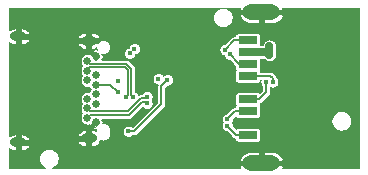
<source format=gbr>
%TF.GenerationSoftware,KiCad,Pcbnew,(5.1.10)-1*%
%TF.CreationDate,2022-01-31T11:01:00+08:00*%
%TF.ProjectId,VL160,564c3136-302e-46b6-9963-61645f706362,rev?*%
%TF.SameCoordinates,Original*%
%TF.FileFunction,Copper,L4,Bot*%
%TF.FilePolarity,Positive*%
%FSLAX46Y46*%
G04 Gerber Fmt 4.6, Leading zero omitted, Abs format (unit mm)*
G04 Created by KiCad (PCBNEW (5.1.10)-1) date 2022-01-31 11:01:00*
%MOMM*%
%LPD*%
G01*
G04 APERTURE LIST*
%TA.AperFunction,ComponentPad*%
%ADD10C,0.650000*%
%TD*%
%TA.AperFunction,ComponentPad*%
%ADD11O,1.400000X0.800000*%
%TD*%
%TA.AperFunction,SMDPad,CuDef*%
%ADD12R,1.600200X0.701040*%
%TD*%
%TA.AperFunction,ComponentPad*%
%ADD13O,3.200400X1.300480*%
%TD*%
%TA.AperFunction,ViaPad*%
%ADD14C,0.450000*%
%TD*%
%TA.AperFunction,ViaPad*%
%ADD15C,0.600000*%
%TD*%
%TA.AperFunction,Conductor*%
%ADD16C,0.635000*%
%TD*%
%TA.AperFunction,Conductor*%
%ADD17C,0.152400*%
%TD*%
%TA.AperFunction,Conductor*%
%ADD18C,0.175006*%
%TD*%
%TA.AperFunction,Conductor*%
%ADD19C,0.114300*%
%TD*%
%TA.AperFunction,Conductor*%
%ADD20C,0.100000*%
%TD*%
G04 APERTURE END LIST*
D10*
%TO.P,J1,B11*%
%TO.N,/RX1+*%
X133820000Y-94755000D03*
%TO.P,J1,B10*%
%TO.N,/RX1-*%
X133820000Y-95555000D03*
%TO.P,J1,B8*%
%TO.N,N/C*%
X133820000Y-96355000D03*
%TO.P,J1,B5*%
%TO.N,/CC2*%
X133820000Y-97955000D03*
%TO.P,J1,B3*%
%TO.N,/TX2-*%
X133820000Y-98755000D03*
%TO.P,J1,B2*%
%TO.N,/TX2+*%
X133820000Y-99555000D03*
%TO.P,J1,B12*%
%TO.N,GND*%
X134520000Y-94355000D03*
%TO.P,J1,B9*%
%TO.N,VBUS*%
X134520000Y-95955000D03*
%TO.P,J1,B7*%
%TO.N,/D-*%
X134520000Y-96755000D03*
%TO.P,J1,B6*%
%TO.N,/D+*%
X134520000Y-97555000D03*
%TO.P,J1,B4*%
%TO.N,VBUS*%
X134520000Y-98355000D03*
%TO.P,J1,B1*%
%TO.N,GND*%
X134520000Y-99955000D03*
D11*
%TO.P,J1,S1*%
X127970000Y-92665000D03*
X127970000Y-101645000D03*
X133920000Y-101285000D03*
X133920000Y-93025000D03*
%TD*%
D12*
%TO.P,J2,9*%
%TO.N,/TX+*%
X147398740Y-92997020D03*
%TO.P,J2,1*%
%TO.N,VBUS*%
X147398740Y-93997780D03*
%TO.P,J2,8*%
%TO.N,/TX-*%
X147398740Y-94998540D03*
%TO.P,J2,2*%
%TO.N,/D-*%
X147398740Y-95996760D03*
%TO.P,J2,7*%
%TO.N,GND*%
X147398740Y-96997520D03*
%TO.P,J2,3*%
%TO.N,/D+*%
X147398740Y-97998280D03*
%TO.P,J2,6*%
%TO.N,/RX+*%
X147398740Y-98996500D03*
%TO.P,J2,4*%
%TO.N,GND*%
X147398740Y-99997260D03*
%TO.P,J2,5*%
%TO.N,/RX-*%
X147398740Y-100998020D03*
D13*
%TO.P,J2,10*%
%TO.N,GND*%
X148546820Y-90596720D03*
X148546820Y-103398320D03*
%TD*%
D14*
%TO.N,GND*%
X137287000Y-92870500D03*
X137287000Y-91821000D03*
X137287000Y-92329000D03*
X155702000Y-93345000D03*
X155702000Y-94361000D03*
X155702000Y-93853000D03*
X155702000Y-94869000D03*
X155702000Y-95885000D03*
X155702000Y-95377000D03*
X141097000Y-97536000D03*
X141605000Y-97536000D03*
X142113000Y-97536000D03*
X142113000Y-98171000D03*
X141605000Y-98171000D03*
X141097000Y-98171000D03*
X141097000Y-98806000D03*
X141605000Y-98806000D03*
X142113000Y-98806000D03*
X142113000Y-99441000D03*
X141605000Y-99441000D03*
X141097000Y-99441000D03*
D15*
%TO.N,VBUS*%
X149225000Y-94200500D03*
X149225000Y-93502000D03*
D14*
X137414000Y-94107000D03*
X137795000Y-93726000D03*
%TO.N,/CC1*%
X136421093Y-96405001D03*
X139827000Y-96266000D03*
%TO.N,/D+*%
X148949200Y-96520000D03*
%TO.N,/D-*%
X136406557Y-97395419D03*
X149500800Y-96520000D03*
%TO.N,/TX2+*%
X138863952Y-98330750D03*
%TO.N,/TX2-*%
X138863952Y-97779150D03*
%TO.N,/CC2*%
X137287000Y-100711000D03*
X140598341Y-96351402D03*
%TO.N,/RX1-*%
X137117990Y-97769790D03*
%TO.N,/RX1+*%
X137669590Y-97769790D03*
%TO.N,/TX+*%
X145473979Y-93784979D03*
%TO.N,/TX-*%
X145864021Y-94175021D03*
%TO.N,/RX+*%
X145669000Y-99673200D03*
%TO.N,/RX-*%
X145669000Y-100224800D03*
%TD*%
D16*
%TO.N,VBUS*%
X149024760Y-94000260D02*
X149225000Y-94200500D01*
X147425960Y-94000260D02*
X149024760Y-94000260D01*
X149225000Y-93502000D02*
X149225000Y-94200500D01*
D17*
%TO.N,/D+*%
X148351240Y-97998280D02*
X147398740Y-97998280D01*
X148949200Y-97400320D02*
X148351240Y-97998280D01*
X148949200Y-96520000D02*
X148949200Y-97400320D01*
D18*
%TO.N,/D-*%
X135766138Y-96755000D02*
X134520000Y-96755000D01*
X136406557Y-97395419D02*
X135766138Y-96755000D01*
D17*
X149500800Y-96201802D02*
X149500800Y-96520000D01*
X149295758Y-95996760D02*
X149500800Y-96201802D01*
X147398740Y-95996760D02*
X149295758Y-95996760D01*
D18*
%TO.N,/TX2+*%
X134081697Y-99293303D02*
X137376287Y-99293303D01*
X133820000Y-99555000D02*
X134081697Y-99293303D01*
X138726455Y-98193253D02*
X138476337Y-98193253D01*
X138476337Y-98193253D02*
X137376287Y-99293303D01*
X138863952Y-98330750D02*
X138726455Y-98193253D01*
%TO.N,/TX2-*%
X134081697Y-99016697D02*
X137261713Y-99016697D01*
X133820000Y-98755000D02*
X134081697Y-99016697D01*
X138361763Y-97916647D02*
X137261713Y-99016697D01*
X138726455Y-97916647D02*
X138361763Y-97916647D01*
X138863952Y-97779150D02*
X138726455Y-97916647D01*
D17*
%TO.N,/CC2*%
X137287000Y-100711000D02*
X137795000Y-100711000D01*
X137795000Y-100711000D02*
X140081000Y-98425000D01*
X140081000Y-96868743D02*
X140598341Y-96351402D01*
X140081000Y-98425000D02*
X140081000Y-96868743D01*
D18*
%TO.N,/RX1-*%
X134081697Y-95293303D02*
X137007713Y-95293303D01*
X133820000Y-95555000D02*
X134081697Y-95293303D01*
X137255487Y-97632293D02*
X137117990Y-97769790D01*
X137255487Y-95541077D02*
X137255487Y-97632293D01*
X137007713Y-95293303D02*
X137255487Y-95541077D01*
%TO.N,/RX1+*%
X134081697Y-95016697D02*
X137122287Y-95016697D01*
X133820000Y-94755000D02*
X134081697Y-95016697D01*
X137532093Y-97632293D02*
X137669590Y-97769790D01*
X137532093Y-95426503D02*
X137532093Y-97632293D01*
X137122287Y-95016697D02*
X137532093Y-95426503D01*
%TO.N,/TX+*%
X146261938Y-92997020D02*
X147398740Y-92997020D01*
X145473979Y-93784979D02*
X146261938Y-92997020D01*
%TO.N,/TX-*%
X146687540Y-94998540D02*
X147398740Y-94998540D01*
X145864021Y-94175021D02*
X146687540Y-94998540D01*
%TO.N,/RX+*%
X146345700Y-98996500D02*
X147398740Y-98996500D01*
X145669000Y-99673200D02*
X146345700Y-98996500D01*
%TO.N,/RX-*%
X146442220Y-100998020D02*
X147398740Y-100998020D01*
X145669000Y-100224800D02*
X146442220Y-100998020D01*
%TD*%
D19*
%TO.N,GND*%
X146752780Y-90263727D02*
X146777060Y-90399870D01*
X148349970Y-90399870D01*
X148349970Y-90221450D01*
X148743670Y-90221450D01*
X148743670Y-90399870D01*
X150316580Y-90399870D01*
X150340860Y-90263727D01*
X150325074Y-90221450D01*
X156778551Y-90221450D01*
X156778550Y-103778550D01*
X150323222Y-103778550D01*
X150340860Y-103731313D01*
X150316580Y-103595170D01*
X148743670Y-103595170D01*
X148743670Y-103778550D01*
X148349970Y-103778550D01*
X148349970Y-103595170D01*
X146777060Y-103595170D01*
X146752780Y-103731313D01*
X146770418Y-103778550D01*
X130846296Y-103778550D01*
X130950644Y-103735328D01*
X131087102Y-103644150D01*
X131203150Y-103528102D01*
X131294328Y-103391644D01*
X131357132Y-103240021D01*
X131389150Y-103079058D01*
X131389150Y-103065327D01*
X146752780Y-103065327D01*
X146777060Y-103201470D01*
X148349970Y-103201470D01*
X148349970Y-102490930D01*
X148743670Y-102490930D01*
X148743670Y-103201470D01*
X150316580Y-103201470D01*
X150340860Y-103065327D01*
X150277596Y-102895893D01*
X150164574Y-102753217D01*
X150025889Y-102635332D01*
X149866871Y-102546769D01*
X149693630Y-102490930D01*
X148743670Y-102490930D01*
X148349970Y-102490930D01*
X147400010Y-102490930D01*
X147226769Y-102546769D01*
X147067751Y-102635332D01*
X146929066Y-102753217D01*
X146816044Y-102895893D01*
X146752780Y-103065327D01*
X131389150Y-103065327D01*
X131389150Y-102914942D01*
X131357132Y-102753979D01*
X131294328Y-102602356D01*
X131203150Y-102465898D01*
X131087102Y-102349850D01*
X130950644Y-102258672D01*
X130799021Y-102195868D01*
X130638058Y-102163850D01*
X130473942Y-102163850D01*
X130312979Y-102195868D01*
X130161356Y-102258672D01*
X130024898Y-102349850D01*
X129908850Y-102465898D01*
X129817672Y-102602356D01*
X129754868Y-102753979D01*
X129722850Y-102914942D01*
X129722850Y-103079058D01*
X129754868Y-103240021D01*
X129817672Y-103391644D01*
X129908850Y-103528102D01*
X130024898Y-103644150D01*
X130161356Y-103735328D01*
X130265704Y-103778550D01*
X127221450Y-103778550D01*
X127221450Y-102152540D01*
X127289310Y-102208786D01*
X127406614Y-102272222D01*
X127534040Y-102311554D01*
X127666691Y-102325271D01*
X127773150Y-102253126D01*
X127773150Y-101841850D01*
X128166850Y-101841850D01*
X128166850Y-102253126D01*
X128273309Y-102325271D01*
X128405960Y-102311554D01*
X128533386Y-102272222D01*
X128650690Y-102208786D01*
X128753364Y-102123684D01*
X128837463Y-102020187D01*
X128858461Y-101937507D01*
X128829229Y-101841850D01*
X128166850Y-101841850D01*
X127773150Y-101841850D01*
X127753150Y-101841850D01*
X127753150Y-101577507D01*
X133031539Y-101577507D01*
X133052537Y-101660187D01*
X133136636Y-101763684D01*
X133239310Y-101848786D01*
X133356614Y-101912222D01*
X133484040Y-101951554D01*
X133616691Y-101965271D01*
X133723150Y-101893126D01*
X133723150Y-101481850D01*
X133060771Y-101481850D01*
X133031539Y-101577507D01*
X127753150Y-101577507D01*
X127753150Y-101448150D01*
X127773150Y-101448150D01*
X127773150Y-101036874D01*
X128166850Y-101036874D01*
X128166850Y-101448150D01*
X128829229Y-101448150D01*
X128858461Y-101352493D01*
X128837463Y-101269813D01*
X128753364Y-101166316D01*
X128650690Y-101081214D01*
X128533386Y-101017778D01*
X128451469Y-100992493D01*
X133031539Y-100992493D01*
X133060771Y-101088150D01*
X133723150Y-101088150D01*
X133723150Y-100676874D01*
X133616691Y-100604729D01*
X133484040Y-100618446D01*
X133356614Y-100657778D01*
X133239310Y-100721214D01*
X133136636Y-100806316D01*
X133052537Y-100909813D01*
X133031539Y-100992493D01*
X128451469Y-100992493D01*
X128405960Y-100978446D01*
X128273309Y-100964729D01*
X128166850Y-101036874D01*
X127773150Y-101036874D01*
X127666691Y-100964729D01*
X127534040Y-100978446D01*
X127406614Y-101017778D01*
X127289310Y-101081214D01*
X127221450Y-101137460D01*
X127221450Y-94697663D01*
X133237850Y-94697663D01*
X133237850Y-94812337D01*
X133260221Y-94924807D01*
X133304105Y-95030752D01*
X133367814Y-95126099D01*
X133396715Y-95155000D01*
X133367814Y-95183901D01*
X133304105Y-95279248D01*
X133260221Y-95385193D01*
X133237850Y-95497663D01*
X133237850Y-95612337D01*
X133260221Y-95724807D01*
X133304105Y-95830752D01*
X133367814Y-95926099D01*
X133396715Y-95955000D01*
X133367814Y-95983901D01*
X133304105Y-96079248D01*
X133260221Y-96185193D01*
X133237850Y-96297663D01*
X133237850Y-96412337D01*
X133260221Y-96524807D01*
X133304105Y-96630752D01*
X133367814Y-96726099D01*
X133448901Y-96807186D01*
X133544248Y-96870895D01*
X133650193Y-96914779D01*
X133762663Y-96937150D01*
X133877337Y-96937150D01*
X133959428Y-96920822D01*
X133960221Y-96924807D01*
X134004105Y-97030752D01*
X134067814Y-97126099D01*
X134096715Y-97155000D01*
X134067814Y-97183901D01*
X134004105Y-97279248D01*
X133960221Y-97385193D01*
X133959428Y-97389178D01*
X133877337Y-97372850D01*
X133762663Y-97372850D01*
X133650193Y-97395221D01*
X133544248Y-97439105D01*
X133448901Y-97502814D01*
X133367814Y-97583901D01*
X133304105Y-97679248D01*
X133260221Y-97785193D01*
X133237850Y-97897663D01*
X133237850Y-98012337D01*
X133260221Y-98124807D01*
X133304105Y-98230752D01*
X133367814Y-98326099D01*
X133396715Y-98355000D01*
X133367814Y-98383901D01*
X133304105Y-98479248D01*
X133260221Y-98585193D01*
X133237850Y-98697663D01*
X133237850Y-98812337D01*
X133260221Y-98924807D01*
X133304105Y-99030752D01*
X133367814Y-99126099D01*
X133396715Y-99155000D01*
X133367814Y-99183901D01*
X133304105Y-99279248D01*
X133260221Y-99385193D01*
X133237850Y-99497663D01*
X133237850Y-99612337D01*
X133260221Y-99724807D01*
X133304105Y-99830752D01*
X133367814Y-99926099D01*
X133448901Y-100007186D01*
X133544248Y-100070895D01*
X133650193Y-100114779D01*
X133762663Y-100137150D01*
X133877337Y-100137150D01*
X133960858Y-100120537D01*
X134039956Y-100156656D01*
X134186057Y-100010555D01*
X134191099Y-100007186D01*
X134272186Y-99926099D01*
X134332510Y-99835818D01*
X134505858Y-99662470D01*
X134520000Y-99676612D01*
X134534142Y-99662470D01*
X134812530Y-99940858D01*
X134798388Y-99955000D01*
X134812530Y-99969142D01*
X134534142Y-100247530D01*
X134520000Y-100233388D01*
X134318344Y-100435044D01*
X134355473Y-100516354D01*
X134468149Y-100537664D01*
X134582818Y-100536584D01*
X134591951Y-100534767D01*
X134587850Y-100576409D01*
X134587850Y-100714270D01*
X134483386Y-100657778D01*
X134355960Y-100618446D01*
X134223309Y-100604729D01*
X134116850Y-100676874D01*
X134116850Y-101088150D01*
X134136850Y-101088150D01*
X134136850Y-101481850D01*
X134116850Y-101481850D01*
X134116850Y-101893126D01*
X134223309Y-101965271D01*
X134355960Y-101951554D01*
X134483386Y-101912222D01*
X134600690Y-101848786D01*
X134703364Y-101763684D01*
X134787463Y-101660187D01*
X134808461Y-101577507D01*
X134779230Y-101481852D01*
X134877150Y-101481852D01*
X134877150Y-101408560D01*
X134946143Y-101445438D01*
X135055879Y-101478726D01*
X135170000Y-101489966D01*
X135284120Y-101478726D01*
X135393856Y-101445438D01*
X135494989Y-101391381D01*
X135583633Y-101318633D01*
X135656381Y-101229990D01*
X135710438Y-101128857D01*
X135743726Y-101019121D01*
X135752150Y-100933591D01*
X135752150Y-100663512D01*
X136804850Y-100663512D01*
X136804850Y-100758488D01*
X136823379Y-100851638D01*
X136859724Y-100939384D01*
X136912490Y-101018353D01*
X136979647Y-101085510D01*
X137058616Y-101138276D01*
X137146362Y-101174621D01*
X137239512Y-101193150D01*
X137334488Y-101193150D01*
X137427638Y-101174621D01*
X137515384Y-101138276D01*
X137594353Y-101085510D01*
X137635513Y-101044350D01*
X137778633Y-101044350D01*
X137795000Y-101045962D01*
X137811367Y-101044350D01*
X137860348Y-101039526D01*
X137923184Y-101020465D01*
X137981095Y-100989511D01*
X138031854Y-100947854D01*
X138042293Y-100935134D01*
X140305140Y-98672288D01*
X140317854Y-98661854D01*
X140359511Y-98611095D01*
X140390465Y-98553184D01*
X140409526Y-98490348D01*
X140414350Y-98441367D01*
X140414350Y-98441358D01*
X140415961Y-98425001D01*
X140414350Y-98408644D01*
X140414350Y-97006820D01*
X140587619Y-96833552D01*
X140645829Y-96833552D01*
X140738979Y-96815023D01*
X140826725Y-96778678D01*
X140905694Y-96725912D01*
X140972851Y-96658755D01*
X141025617Y-96579786D01*
X141061962Y-96492040D01*
X141080491Y-96398890D01*
X141080491Y-96303914D01*
X141061962Y-96210764D01*
X141025617Y-96123018D01*
X140972851Y-96044049D01*
X140905694Y-95976892D01*
X140826725Y-95924126D01*
X140738979Y-95887781D01*
X140645829Y-95869252D01*
X140550853Y-95869252D01*
X140457703Y-95887781D01*
X140369957Y-95924126D01*
X140290988Y-95976892D01*
X140244658Y-96023222D01*
X140201510Y-95958647D01*
X140134353Y-95891490D01*
X140055384Y-95838724D01*
X139967638Y-95802379D01*
X139874488Y-95783850D01*
X139779512Y-95783850D01*
X139686362Y-95802379D01*
X139598616Y-95838724D01*
X139519647Y-95891490D01*
X139452490Y-95958647D01*
X139399724Y-96037616D01*
X139363379Y-96125362D01*
X139344850Y-96218512D01*
X139344850Y-96313488D01*
X139363379Y-96406638D01*
X139399724Y-96494384D01*
X139452490Y-96573353D01*
X139519647Y-96640510D01*
X139598616Y-96693276D01*
X139686362Y-96729621D01*
X139769818Y-96746222D01*
X139752474Y-96803396D01*
X139746038Y-96868743D01*
X139747651Y-96885120D01*
X139747650Y-98286922D01*
X137656923Y-100377650D01*
X137635513Y-100377650D01*
X137594353Y-100336490D01*
X137515384Y-100283724D01*
X137427638Y-100247379D01*
X137334488Y-100228850D01*
X137239512Y-100228850D01*
X137146362Y-100247379D01*
X137058616Y-100283724D01*
X136979647Y-100336490D01*
X136912490Y-100403647D01*
X136859724Y-100482616D01*
X136823379Y-100570362D01*
X136804850Y-100663512D01*
X135752150Y-100663512D01*
X135752150Y-100576410D01*
X135743726Y-100490880D01*
X135710438Y-100381144D01*
X135656381Y-100280010D01*
X135583633Y-100191367D01*
X135494990Y-100118619D01*
X135393857Y-100064562D01*
X135284121Y-100031274D01*
X135170000Y-100020034D01*
X135098845Y-100027042D01*
X135102664Y-100006851D01*
X135101584Y-99892182D01*
X135081354Y-99790473D01*
X135000046Y-99753345D01*
X135072634Y-99680757D01*
X135029833Y-99637956D01*
X137359371Y-99637956D01*
X137376287Y-99639622D01*
X137393203Y-99637956D01*
X137393214Y-99637956D01*
X137443851Y-99632969D01*
X137508818Y-99613261D01*
X137568692Y-99581258D01*
X137621172Y-99538188D01*
X137631965Y-99525037D01*
X138504171Y-98652832D01*
X138556599Y-98705260D01*
X138635568Y-98758026D01*
X138723314Y-98794371D01*
X138816464Y-98812900D01*
X138911440Y-98812900D01*
X139004590Y-98794371D01*
X139092336Y-98758026D01*
X139171305Y-98705260D01*
X139238462Y-98638103D01*
X139291228Y-98559134D01*
X139327573Y-98471388D01*
X139346102Y-98378238D01*
X139346102Y-98283262D01*
X139327573Y-98190112D01*
X139291228Y-98102366D01*
X139259545Y-98054950D01*
X139291228Y-98007534D01*
X139327573Y-97919788D01*
X139346102Y-97826638D01*
X139346102Y-97731662D01*
X139327573Y-97638512D01*
X139291228Y-97550766D01*
X139238462Y-97471797D01*
X139171305Y-97404640D01*
X139092336Y-97351874D01*
X139004590Y-97315529D01*
X138911440Y-97297000D01*
X138816464Y-97297000D01*
X138723314Y-97315529D01*
X138635568Y-97351874D01*
X138556599Y-97404640D01*
X138489442Y-97471797D01*
X138436676Y-97550766D01*
X138427883Y-97571994D01*
X138378682Y-97571994D01*
X138361763Y-97570328D01*
X138344844Y-97571994D01*
X138344836Y-97571994D01*
X138294199Y-97576981D01*
X138229232Y-97596689D01*
X138169358Y-97628692D01*
X138142062Y-97651094D01*
X138138205Y-97654259D01*
X138133211Y-97629152D01*
X138096866Y-97541406D01*
X138044100Y-97462437D01*
X137976943Y-97395280D01*
X137897974Y-97342514D01*
X137876746Y-97333721D01*
X137876746Y-95443418D01*
X137878412Y-95426502D01*
X137876746Y-95409586D01*
X137876746Y-95409576D01*
X137871759Y-95358939D01*
X137852051Y-95293972D01*
X137820048Y-95234098D01*
X137815490Y-95228545D01*
X137787768Y-95194765D01*
X137787760Y-95194757D01*
X137776977Y-95181618D01*
X137763837Y-95170834D01*
X137377964Y-94784962D01*
X137367172Y-94771812D01*
X137314692Y-94728742D01*
X137254818Y-94696739D01*
X137189851Y-94677031D01*
X137139214Y-94672044D01*
X137139203Y-94672044D01*
X137122287Y-94670378D01*
X137105371Y-94672044D01*
X135029833Y-94672044D01*
X135072634Y-94629243D01*
X135000046Y-94556655D01*
X135081354Y-94519527D01*
X135102664Y-94406851D01*
X135101584Y-94292182D01*
X135081354Y-94190473D01*
X135000046Y-94153345D01*
X135032238Y-94121153D01*
X135112663Y-94137150D01*
X135227337Y-94137150D01*
X135339807Y-94114779D01*
X135445752Y-94070895D01*
X135462787Y-94059512D01*
X136931850Y-94059512D01*
X136931850Y-94154488D01*
X136950379Y-94247638D01*
X136986724Y-94335384D01*
X137039490Y-94414353D01*
X137106647Y-94481510D01*
X137185616Y-94534276D01*
X137273362Y-94570621D01*
X137366512Y-94589150D01*
X137461488Y-94589150D01*
X137554638Y-94570621D01*
X137642384Y-94534276D01*
X137721353Y-94481510D01*
X137788510Y-94414353D01*
X137841276Y-94335384D01*
X137877621Y-94247638D01*
X137887247Y-94199247D01*
X137935638Y-94189621D01*
X138023384Y-94153276D01*
X138102353Y-94100510D01*
X138169510Y-94033353D01*
X138222276Y-93954384D01*
X138258621Y-93866638D01*
X138277150Y-93773488D01*
X138277150Y-93737491D01*
X144991829Y-93737491D01*
X144991829Y-93832467D01*
X145010358Y-93925617D01*
X145046703Y-94013363D01*
X145099469Y-94092332D01*
X145166626Y-94159489D01*
X145245595Y-94212255D01*
X145333341Y-94248600D01*
X145389274Y-94259726D01*
X145400400Y-94315659D01*
X145436745Y-94403405D01*
X145489511Y-94482374D01*
X145556668Y-94549531D01*
X145635637Y-94602297D01*
X145723383Y-94638642D01*
X145816533Y-94657171D01*
X145858759Y-94657171D01*
X146340246Y-95138659D01*
X146340246Y-95349060D01*
X146345211Y-95399470D01*
X146359915Y-95447943D01*
X146383793Y-95492616D01*
X146387924Y-95497650D01*
X146383793Y-95502684D01*
X146359915Y-95547357D01*
X146345211Y-95595830D01*
X146340246Y-95646240D01*
X146340246Y-96347280D01*
X146345211Y-96397690D01*
X146359915Y-96446163D01*
X146383793Y-96490836D01*
X146415928Y-96529992D01*
X146455084Y-96562127D01*
X146499757Y-96586005D01*
X146548230Y-96600709D01*
X146598640Y-96605674D01*
X148198840Y-96605674D01*
X148249250Y-96600709D01*
X148297723Y-96586005D01*
X148342396Y-96562127D01*
X148381552Y-96529992D01*
X148413687Y-96490836D01*
X148437565Y-96446163D01*
X148452269Y-96397690D01*
X148457234Y-96347280D01*
X148457234Y-96330110D01*
X148505980Y-96330110D01*
X148485579Y-96379362D01*
X148467050Y-96472512D01*
X148467050Y-96567488D01*
X148485579Y-96660638D01*
X148521924Y-96748384D01*
X148574690Y-96827353D01*
X148615850Y-96868513D01*
X148615851Y-97262241D01*
X148395748Y-97482345D01*
X148381552Y-97465048D01*
X148342396Y-97432913D01*
X148297723Y-97409035D01*
X148249250Y-97394331D01*
X148198840Y-97389366D01*
X146598640Y-97389366D01*
X146548230Y-97394331D01*
X146499757Y-97409035D01*
X146455084Y-97432913D01*
X146415928Y-97465048D01*
X146383793Y-97504204D01*
X146359915Y-97548877D01*
X146345211Y-97597350D01*
X146340246Y-97647760D01*
X146340246Y-98348800D01*
X146345211Y-98399210D01*
X146359915Y-98447683D01*
X146383793Y-98492356D01*
X146387924Y-98497390D01*
X146383793Y-98502424D01*
X146359915Y-98547097D01*
X146345211Y-98595570D01*
X146340246Y-98645980D01*
X146340246Y-98650718D01*
X146328783Y-98651847D01*
X146328773Y-98651847D01*
X146278136Y-98656834D01*
X146213169Y-98676542D01*
X146153295Y-98708545D01*
X146100815Y-98751615D01*
X146090027Y-98764760D01*
X145663738Y-99191050D01*
X145621512Y-99191050D01*
X145528362Y-99209579D01*
X145440616Y-99245924D01*
X145361647Y-99298690D01*
X145294490Y-99365847D01*
X145241724Y-99444816D01*
X145205379Y-99532562D01*
X145186850Y-99625712D01*
X145186850Y-99720688D01*
X145205379Y-99813838D01*
X145241724Y-99901584D01*
X145273407Y-99949000D01*
X145241724Y-99996416D01*
X145205379Y-100084162D01*
X145186850Y-100177312D01*
X145186850Y-100272288D01*
X145205379Y-100365438D01*
X145241724Y-100453184D01*
X145294490Y-100532153D01*
X145361647Y-100599310D01*
X145440616Y-100652076D01*
X145528362Y-100688421D01*
X145621512Y-100706950D01*
X145663738Y-100706950D01*
X146186547Y-101229760D01*
X146197335Y-101242905D01*
X146249815Y-101285975D01*
X146309689Y-101317978D01*
X146340246Y-101327248D01*
X146340246Y-101348540D01*
X146345211Y-101398950D01*
X146359915Y-101447423D01*
X146383793Y-101492096D01*
X146415928Y-101531252D01*
X146455084Y-101563387D01*
X146499757Y-101587265D01*
X146548230Y-101601969D01*
X146598640Y-101606934D01*
X148198840Y-101606934D01*
X148249250Y-101601969D01*
X148297723Y-101587265D01*
X148342396Y-101563387D01*
X148381552Y-101531252D01*
X148413687Y-101492096D01*
X148437565Y-101447423D01*
X148452269Y-101398950D01*
X148457234Y-101348540D01*
X148457234Y-100647500D01*
X148452269Y-100597090D01*
X148437565Y-100548617D01*
X148413687Y-100503944D01*
X148381552Y-100464788D01*
X148342396Y-100432653D01*
X148297723Y-100408775D01*
X148249250Y-100394071D01*
X148198840Y-100389106D01*
X146598640Y-100389106D01*
X146548230Y-100394071D01*
X146499757Y-100408775D01*
X146455084Y-100432653D01*
X146415928Y-100464788D01*
X146407126Y-100475513D01*
X146151150Y-100219538D01*
X146151150Y-100177312D01*
X146132621Y-100084162D01*
X146096276Y-99996416D01*
X146064593Y-99949000D01*
X146096276Y-99901584D01*
X146132621Y-99813838D01*
X146147320Y-99739942D01*
X154487850Y-99739942D01*
X154487850Y-99904058D01*
X154519868Y-100065021D01*
X154582672Y-100216644D01*
X154673850Y-100353102D01*
X154789898Y-100469150D01*
X154926356Y-100560328D01*
X155077979Y-100623132D01*
X155238942Y-100655150D01*
X155403058Y-100655150D01*
X155564021Y-100623132D01*
X155715644Y-100560328D01*
X155852102Y-100469150D01*
X155968150Y-100353102D01*
X156059328Y-100216644D01*
X156122132Y-100065021D01*
X156154150Y-99904058D01*
X156154150Y-99739942D01*
X156122132Y-99578979D01*
X156059328Y-99427356D01*
X155968150Y-99290898D01*
X155852102Y-99174850D01*
X155715644Y-99083672D01*
X155564021Y-99020868D01*
X155403058Y-98988850D01*
X155238942Y-98988850D01*
X155077979Y-99020868D01*
X154926356Y-99083672D01*
X154789898Y-99174850D01*
X154673850Y-99290898D01*
X154582672Y-99427356D01*
X154519868Y-99578979D01*
X154487850Y-99739942D01*
X146147320Y-99739942D01*
X146151150Y-99720688D01*
X146151150Y-99678462D01*
X146368203Y-99461409D01*
X146383793Y-99490576D01*
X146415928Y-99529732D01*
X146455084Y-99561867D01*
X146499757Y-99585745D01*
X146548230Y-99600449D01*
X146598640Y-99605414D01*
X148198840Y-99605414D01*
X148249250Y-99600449D01*
X148297723Y-99585745D01*
X148342396Y-99561867D01*
X148381552Y-99529732D01*
X148413687Y-99490576D01*
X148437565Y-99445903D01*
X148452269Y-99397430D01*
X148457234Y-99347020D01*
X148457234Y-98645980D01*
X148452269Y-98595570D01*
X148437565Y-98547097D01*
X148413687Y-98502424D01*
X148409556Y-98497390D01*
X148413687Y-98492356D01*
X148437565Y-98447683D01*
X148452269Y-98399210D01*
X148457234Y-98348800D01*
X148457234Y-98314476D01*
X148479424Y-98307745D01*
X148537335Y-98276791D01*
X148588094Y-98235134D01*
X148598533Y-98222414D01*
X149173339Y-97647609D01*
X149186054Y-97637174D01*
X149227711Y-97586415D01*
X149258665Y-97528504D01*
X149277726Y-97465668D01*
X149282550Y-97416687D01*
X149282550Y-97416686D01*
X149284162Y-97400321D01*
X149282550Y-97383956D01*
X149282550Y-96951474D01*
X149360162Y-96983621D01*
X149453312Y-97002150D01*
X149548288Y-97002150D01*
X149641438Y-96983621D01*
X149729184Y-96947276D01*
X149808153Y-96894510D01*
X149875310Y-96827353D01*
X149928076Y-96748384D01*
X149964421Y-96660638D01*
X149982950Y-96567488D01*
X149982950Y-96472512D01*
X149964421Y-96379362D01*
X149928076Y-96291616D01*
X149875310Y-96212647D01*
X149832626Y-96169963D01*
X149829326Y-96136454D01*
X149810265Y-96073618D01*
X149779311Y-96015707D01*
X149737654Y-95964948D01*
X149724935Y-95954510D01*
X149543051Y-95772626D01*
X149532612Y-95759906D01*
X149481853Y-95718249D01*
X149423942Y-95687295D01*
X149361106Y-95668234D01*
X149312125Y-95663410D01*
X149295758Y-95661798D01*
X149279391Y-95663410D01*
X148457234Y-95663410D01*
X148457234Y-95646240D01*
X148452269Y-95595830D01*
X148437565Y-95547357D01*
X148413687Y-95502684D01*
X148409556Y-95497650D01*
X148413687Y-95492616D01*
X148437565Y-95447943D01*
X148452269Y-95399470D01*
X148457234Y-95349060D01*
X148457234Y-94648020D01*
X148452269Y-94597610D01*
X148445383Y-94574910D01*
X148786733Y-94574910D01*
X148798702Y-94586879D01*
X148816696Y-94608805D01*
X148846651Y-94633388D01*
X148904197Y-94680615D01*
X148929688Y-94694240D01*
X149004028Y-94733976D01*
X149112350Y-94766835D01*
X149213904Y-94776837D01*
X149224999Y-94777930D01*
X149225000Y-94777930D01*
X149337651Y-94766835D01*
X149445973Y-94733976D01*
X149545803Y-94680615D01*
X149633305Y-94608805D01*
X149705115Y-94521303D01*
X149758476Y-94421473D01*
X149791335Y-94313151D01*
X149799650Y-94228726D01*
X149799650Y-94228723D01*
X149802430Y-94200499D01*
X149799650Y-94172276D01*
X149799650Y-93473774D01*
X149791335Y-93389349D01*
X149758476Y-93281027D01*
X149705115Y-93181197D01*
X149633305Y-93093695D01*
X149545802Y-93021885D01*
X149445972Y-92968524D01*
X149337650Y-92935665D01*
X149225000Y-92924570D01*
X149112349Y-92935665D01*
X149004027Y-92968524D01*
X148904197Y-93021885D01*
X148816695Y-93093695D01*
X148744885Y-93181198D01*
X148691524Y-93281028D01*
X148658665Y-93389350D01*
X148655094Y-93425610D01*
X148443879Y-93425610D01*
X148452269Y-93397950D01*
X148457234Y-93347540D01*
X148457234Y-92646500D01*
X148452269Y-92596090D01*
X148437565Y-92547617D01*
X148413687Y-92502944D01*
X148381552Y-92463788D01*
X148342396Y-92431653D01*
X148297723Y-92407775D01*
X148249250Y-92393071D01*
X148198840Y-92388106D01*
X146598640Y-92388106D01*
X146548230Y-92393071D01*
X146499757Y-92407775D01*
X146455084Y-92431653D01*
X146415928Y-92463788D01*
X146383793Y-92502944D01*
X146359915Y-92547617D01*
X146345211Y-92596090D01*
X146340246Y-92646500D01*
X146340246Y-92652367D01*
X146278853Y-92652367D01*
X146261937Y-92650701D01*
X146245021Y-92652367D01*
X146245011Y-92652367D01*
X146194374Y-92657354D01*
X146129407Y-92677062D01*
X146069533Y-92709065D01*
X146017053Y-92752135D01*
X146006265Y-92765280D01*
X145468717Y-93302829D01*
X145426491Y-93302829D01*
X145333341Y-93321358D01*
X145245595Y-93357703D01*
X145166626Y-93410469D01*
X145099469Y-93477626D01*
X145046703Y-93556595D01*
X145010358Y-93644341D01*
X144991829Y-93737491D01*
X138277150Y-93737491D01*
X138277150Y-93678512D01*
X138258621Y-93585362D01*
X138222276Y-93497616D01*
X138169510Y-93418647D01*
X138102353Y-93351490D01*
X138023384Y-93298724D01*
X137935638Y-93262379D01*
X137842488Y-93243850D01*
X137747512Y-93243850D01*
X137654362Y-93262379D01*
X137566616Y-93298724D01*
X137487647Y-93351490D01*
X137420490Y-93418647D01*
X137367724Y-93497616D01*
X137331379Y-93585362D01*
X137321753Y-93633753D01*
X137273362Y-93643379D01*
X137185616Y-93679724D01*
X137106647Y-93732490D01*
X137039490Y-93799647D01*
X136986724Y-93878616D01*
X136950379Y-93966362D01*
X136931850Y-94059512D01*
X135462787Y-94059512D01*
X135541099Y-94007186D01*
X135622186Y-93926099D01*
X135685895Y-93830752D01*
X135729779Y-93724807D01*
X135752150Y-93612337D01*
X135752150Y-93497663D01*
X135729779Y-93385193D01*
X135685895Y-93279248D01*
X135622186Y-93183901D01*
X135541099Y-93102814D01*
X135445752Y-93039105D01*
X135339807Y-92995221D01*
X135227337Y-92972850D01*
X135112663Y-92972850D01*
X135000193Y-92995221D01*
X134894248Y-93039105D01*
X134798901Y-93102814D01*
X134717814Y-93183901D01*
X134692457Y-93221850D01*
X134116850Y-93221850D01*
X134116850Y-93633126D01*
X134223309Y-93705271D01*
X134355960Y-93691554D01*
X134483386Y-93652222D01*
X134587850Y-93595730D01*
X134587850Y-93612337D01*
X134610221Y-93724807D01*
X134634843Y-93784249D01*
X134571851Y-93772336D01*
X134457182Y-93773416D01*
X134355473Y-93793646D01*
X134318344Y-93874956D01*
X134520000Y-94076612D01*
X134534142Y-94062470D01*
X134812530Y-94340858D01*
X134798388Y-94355000D01*
X134812530Y-94369142D01*
X134534142Y-94647530D01*
X134520000Y-94633388D01*
X134505858Y-94647530D01*
X134332510Y-94474182D01*
X134272186Y-94383901D01*
X134191099Y-94302814D01*
X134186057Y-94299445D01*
X134039956Y-94153344D01*
X133960858Y-94189463D01*
X133877337Y-94172850D01*
X133762663Y-94172850D01*
X133650193Y-94195221D01*
X133544248Y-94239105D01*
X133448901Y-94302814D01*
X133367814Y-94383901D01*
X133304105Y-94479248D01*
X133260221Y-94585193D01*
X133237850Y-94697663D01*
X127221450Y-94697663D01*
X127221450Y-93172540D01*
X127289310Y-93228786D01*
X127406614Y-93292222D01*
X127534040Y-93331554D01*
X127666691Y-93345271D01*
X127773150Y-93273126D01*
X127773150Y-92861850D01*
X128166850Y-92861850D01*
X128166850Y-93273126D01*
X128273309Y-93345271D01*
X128405960Y-93331554D01*
X128451468Y-93317507D01*
X133031539Y-93317507D01*
X133052537Y-93400187D01*
X133136636Y-93503684D01*
X133239310Y-93588786D01*
X133356614Y-93652222D01*
X133484040Y-93691554D01*
X133616691Y-93705271D01*
X133723150Y-93633126D01*
X133723150Y-93221850D01*
X133060771Y-93221850D01*
X133031539Y-93317507D01*
X128451468Y-93317507D01*
X128533386Y-93292222D01*
X128650690Y-93228786D01*
X128753364Y-93143684D01*
X128837463Y-93040187D01*
X128858461Y-92957507D01*
X128829229Y-92861850D01*
X128166850Y-92861850D01*
X127773150Y-92861850D01*
X127753150Y-92861850D01*
X127753150Y-92732493D01*
X133031539Y-92732493D01*
X133060771Y-92828150D01*
X133723150Y-92828150D01*
X133723150Y-92416874D01*
X134116850Y-92416874D01*
X134116850Y-92828150D01*
X134779229Y-92828150D01*
X134808461Y-92732493D01*
X134787463Y-92649813D01*
X134703364Y-92546316D01*
X134600690Y-92461214D01*
X134483386Y-92397778D01*
X134355960Y-92358446D01*
X134223309Y-92344729D01*
X134116850Y-92416874D01*
X133723150Y-92416874D01*
X133616691Y-92344729D01*
X133484040Y-92358446D01*
X133356614Y-92397778D01*
X133239310Y-92461214D01*
X133136636Y-92546316D01*
X133052537Y-92649813D01*
X133031539Y-92732493D01*
X127753150Y-92732493D01*
X127753150Y-92468150D01*
X127773150Y-92468150D01*
X127773150Y-92056874D01*
X128166850Y-92056874D01*
X128166850Y-92468150D01*
X128829229Y-92468150D01*
X128858461Y-92372493D01*
X128837463Y-92289813D01*
X128753364Y-92186316D01*
X128650690Y-92101214D01*
X128533386Y-92037778D01*
X128405960Y-91998446D01*
X128273309Y-91984729D01*
X128166850Y-92056874D01*
X127773150Y-92056874D01*
X127666691Y-91984729D01*
X127534040Y-91998446D01*
X127406614Y-92037778D01*
X127289310Y-92101214D01*
X127221450Y-92157460D01*
X127221450Y-90976942D01*
X144454850Y-90976942D01*
X144454850Y-91141058D01*
X144486868Y-91302021D01*
X144549672Y-91453644D01*
X144640850Y-91590102D01*
X144756898Y-91706150D01*
X144893356Y-91797328D01*
X145044979Y-91860132D01*
X145205942Y-91892150D01*
X145370058Y-91892150D01*
X145531021Y-91860132D01*
X145682644Y-91797328D01*
X145819102Y-91706150D01*
X145935150Y-91590102D01*
X146026328Y-91453644D01*
X146089132Y-91302021D01*
X146121150Y-91141058D01*
X146121150Y-90976942D01*
X146111756Y-90929713D01*
X146752780Y-90929713D01*
X146816044Y-91099147D01*
X146929066Y-91241823D01*
X147067751Y-91359708D01*
X147226769Y-91448271D01*
X147400010Y-91504110D01*
X148349970Y-91504110D01*
X148349970Y-90793570D01*
X148743670Y-90793570D01*
X148743670Y-91504110D01*
X149693630Y-91504110D01*
X149866871Y-91448271D01*
X150025889Y-91359708D01*
X150164574Y-91241823D01*
X150277596Y-91099147D01*
X150340860Y-90929713D01*
X150316580Y-90793570D01*
X148743670Y-90793570D01*
X148349970Y-90793570D01*
X146777060Y-90793570D01*
X146752780Y-90929713D01*
X146111756Y-90929713D01*
X146089132Y-90815979D01*
X146026328Y-90664356D01*
X145935150Y-90527898D01*
X145819102Y-90411850D01*
X145682644Y-90320672D01*
X145531021Y-90257868D01*
X145370058Y-90225850D01*
X145205942Y-90225850D01*
X145044979Y-90257868D01*
X144893356Y-90320672D01*
X144756898Y-90411850D01*
X144640850Y-90527898D01*
X144549672Y-90664356D01*
X144486868Y-90815979D01*
X144454850Y-90976942D01*
X127221450Y-90976942D01*
X127221450Y-90221450D01*
X146768566Y-90221450D01*
X146752780Y-90263727D01*
%TA.AperFunction,Conductor*%
D20*
G36*
X146752780Y-90263727D02*
G01*
X146777060Y-90399870D01*
X148349970Y-90399870D01*
X148349970Y-90221450D01*
X148743670Y-90221450D01*
X148743670Y-90399870D01*
X150316580Y-90399870D01*
X150340860Y-90263727D01*
X150325074Y-90221450D01*
X156778551Y-90221450D01*
X156778550Y-103778550D01*
X150323222Y-103778550D01*
X150340860Y-103731313D01*
X150316580Y-103595170D01*
X148743670Y-103595170D01*
X148743670Y-103778550D01*
X148349970Y-103778550D01*
X148349970Y-103595170D01*
X146777060Y-103595170D01*
X146752780Y-103731313D01*
X146770418Y-103778550D01*
X130846296Y-103778550D01*
X130950644Y-103735328D01*
X131087102Y-103644150D01*
X131203150Y-103528102D01*
X131294328Y-103391644D01*
X131357132Y-103240021D01*
X131389150Y-103079058D01*
X131389150Y-103065327D01*
X146752780Y-103065327D01*
X146777060Y-103201470D01*
X148349970Y-103201470D01*
X148349970Y-102490930D01*
X148743670Y-102490930D01*
X148743670Y-103201470D01*
X150316580Y-103201470D01*
X150340860Y-103065327D01*
X150277596Y-102895893D01*
X150164574Y-102753217D01*
X150025889Y-102635332D01*
X149866871Y-102546769D01*
X149693630Y-102490930D01*
X148743670Y-102490930D01*
X148349970Y-102490930D01*
X147400010Y-102490930D01*
X147226769Y-102546769D01*
X147067751Y-102635332D01*
X146929066Y-102753217D01*
X146816044Y-102895893D01*
X146752780Y-103065327D01*
X131389150Y-103065327D01*
X131389150Y-102914942D01*
X131357132Y-102753979D01*
X131294328Y-102602356D01*
X131203150Y-102465898D01*
X131087102Y-102349850D01*
X130950644Y-102258672D01*
X130799021Y-102195868D01*
X130638058Y-102163850D01*
X130473942Y-102163850D01*
X130312979Y-102195868D01*
X130161356Y-102258672D01*
X130024898Y-102349850D01*
X129908850Y-102465898D01*
X129817672Y-102602356D01*
X129754868Y-102753979D01*
X129722850Y-102914942D01*
X129722850Y-103079058D01*
X129754868Y-103240021D01*
X129817672Y-103391644D01*
X129908850Y-103528102D01*
X130024898Y-103644150D01*
X130161356Y-103735328D01*
X130265704Y-103778550D01*
X127221450Y-103778550D01*
X127221450Y-102152540D01*
X127289310Y-102208786D01*
X127406614Y-102272222D01*
X127534040Y-102311554D01*
X127666691Y-102325271D01*
X127773150Y-102253126D01*
X127773150Y-101841850D01*
X128166850Y-101841850D01*
X128166850Y-102253126D01*
X128273309Y-102325271D01*
X128405960Y-102311554D01*
X128533386Y-102272222D01*
X128650690Y-102208786D01*
X128753364Y-102123684D01*
X128837463Y-102020187D01*
X128858461Y-101937507D01*
X128829229Y-101841850D01*
X128166850Y-101841850D01*
X127773150Y-101841850D01*
X127753150Y-101841850D01*
X127753150Y-101577507D01*
X133031539Y-101577507D01*
X133052537Y-101660187D01*
X133136636Y-101763684D01*
X133239310Y-101848786D01*
X133356614Y-101912222D01*
X133484040Y-101951554D01*
X133616691Y-101965271D01*
X133723150Y-101893126D01*
X133723150Y-101481850D01*
X133060771Y-101481850D01*
X133031539Y-101577507D01*
X127753150Y-101577507D01*
X127753150Y-101448150D01*
X127773150Y-101448150D01*
X127773150Y-101036874D01*
X128166850Y-101036874D01*
X128166850Y-101448150D01*
X128829229Y-101448150D01*
X128858461Y-101352493D01*
X128837463Y-101269813D01*
X128753364Y-101166316D01*
X128650690Y-101081214D01*
X128533386Y-101017778D01*
X128451469Y-100992493D01*
X133031539Y-100992493D01*
X133060771Y-101088150D01*
X133723150Y-101088150D01*
X133723150Y-100676874D01*
X133616691Y-100604729D01*
X133484040Y-100618446D01*
X133356614Y-100657778D01*
X133239310Y-100721214D01*
X133136636Y-100806316D01*
X133052537Y-100909813D01*
X133031539Y-100992493D01*
X128451469Y-100992493D01*
X128405960Y-100978446D01*
X128273309Y-100964729D01*
X128166850Y-101036874D01*
X127773150Y-101036874D01*
X127666691Y-100964729D01*
X127534040Y-100978446D01*
X127406614Y-101017778D01*
X127289310Y-101081214D01*
X127221450Y-101137460D01*
X127221450Y-94697663D01*
X133237850Y-94697663D01*
X133237850Y-94812337D01*
X133260221Y-94924807D01*
X133304105Y-95030752D01*
X133367814Y-95126099D01*
X133396715Y-95155000D01*
X133367814Y-95183901D01*
X133304105Y-95279248D01*
X133260221Y-95385193D01*
X133237850Y-95497663D01*
X133237850Y-95612337D01*
X133260221Y-95724807D01*
X133304105Y-95830752D01*
X133367814Y-95926099D01*
X133396715Y-95955000D01*
X133367814Y-95983901D01*
X133304105Y-96079248D01*
X133260221Y-96185193D01*
X133237850Y-96297663D01*
X133237850Y-96412337D01*
X133260221Y-96524807D01*
X133304105Y-96630752D01*
X133367814Y-96726099D01*
X133448901Y-96807186D01*
X133544248Y-96870895D01*
X133650193Y-96914779D01*
X133762663Y-96937150D01*
X133877337Y-96937150D01*
X133959428Y-96920822D01*
X133960221Y-96924807D01*
X134004105Y-97030752D01*
X134067814Y-97126099D01*
X134096715Y-97155000D01*
X134067814Y-97183901D01*
X134004105Y-97279248D01*
X133960221Y-97385193D01*
X133959428Y-97389178D01*
X133877337Y-97372850D01*
X133762663Y-97372850D01*
X133650193Y-97395221D01*
X133544248Y-97439105D01*
X133448901Y-97502814D01*
X133367814Y-97583901D01*
X133304105Y-97679248D01*
X133260221Y-97785193D01*
X133237850Y-97897663D01*
X133237850Y-98012337D01*
X133260221Y-98124807D01*
X133304105Y-98230752D01*
X133367814Y-98326099D01*
X133396715Y-98355000D01*
X133367814Y-98383901D01*
X133304105Y-98479248D01*
X133260221Y-98585193D01*
X133237850Y-98697663D01*
X133237850Y-98812337D01*
X133260221Y-98924807D01*
X133304105Y-99030752D01*
X133367814Y-99126099D01*
X133396715Y-99155000D01*
X133367814Y-99183901D01*
X133304105Y-99279248D01*
X133260221Y-99385193D01*
X133237850Y-99497663D01*
X133237850Y-99612337D01*
X133260221Y-99724807D01*
X133304105Y-99830752D01*
X133367814Y-99926099D01*
X133448901Y-100007186D01*
X133544248Y-100070895D01*
X133650193Y-100114779D01*
X133762663Y-100137150D01*
X133877337Y-100137150D01*
X133960858Y-100120537D01*
X134039956Y-100156656D01*
X134186057Y-100010555D01*
X134191099Y-100007186D01*
X134272186Y-99926099D01*
X134332510Y-99835818D01*
X134505858Y-99662470D01*
X134520000Y-99676612D01*
X134534142Y-99662470D01*
X134812530Y-99940858D01*
X134798388Y-99955000D01*
X134812530Y-99969142D01*
X134534142Y-100247530D01*
X134520000Y-100233388D01*
X134318344Y-100435044D01*
X134355473Y-100516354D01*
X134468149Y-100537664D01*
X134582818Y-100536584D01*
X134591951Y-100534767D01*
X134587850Y-100576409D01*
X134587850Y-100714270D01*
X134483386Y-100657778D01*
X134355960Y-100618446D01*
X134223309Y-100604729D01*
X134116850Y-100676874D01*
X134116850Y-101088150D01*
X134136850Y-101088150D01*
X134136850Y-101481850D01*
X134116850Y-101481850D01*
X134116850Y-101893126D01*
X134223309Y-101965271D01*
X134355960Y-101951554D01*
X134483386Y-101912222D01*
X134600690Y-101848786D01*
X134703364Y-101763684D01*
X134787463Y-101660187D01*
X134808461Y-101577507D01*
X134779230Y-101481852D01*
X134877150Y-101481852D01*
X134877150Y-101408560D01*
X134946143Y-101445438D01*
X135055879Y-101478726D01*
X135170000Y-101489966D01*
X135284120Y-101478726D01*
X135393856Y-101445438D01*
X135494989Y-101391381D01*
X135583633Y-101318633D01*
X135656381Y-101229990D01*
X135710438Y-101128857D01*
X135743726Y-101019121D01*
X135752150Y-100933591D01*
X135752150Y-100663512D01*
X136804850Y-100663512D01*
X136804850Y-100758488D01*
X136823379Y-100851638D01*
X136859724Y-100939384D01*
X136912490Y-101018353D01*
X136979647Y-101085510D01*
X137058616Y-101138276D01*
X137146362Y-101174621D01*
X137239512Y-101193150D01*
X137334488Y-101193150D01*
X137427638Y-101174621D01*
X137515384Y-101138276D01*
X137594353Y-101085510D01*
X137635513Y-101044350D01*
X137778633Y-101044350D01*
X137795000Y-101045962D01*
X137811367Y-101044350D01*
X137860348Y-101039526D01*
X137923184Y-101020465D01*
X137981095Y-100989511D01*
X138031854Y-100947854D01*
X138042293Y-100935134D01*
X140305140Y-98672288D01*
X140317854Y-98661854D01*
X140359511Y-98611095D01*
X140390465Y-98553184D01*
X140409526Y-98490348D01*
X140414350Y-98441367D01*
X140414350Y-98441358D01*
X140415961Y-98425001D01*
X140414350Y-98408644D01*
X140414350Y-97006820D01*
X140587619Y-96833552D01*
X140645829Y-96833552D01*
X140738979Y-96815023D01*
X140826725Y-96778678D01*
X140905694Y-96725912D01*
X140972851Y-96658755D01*
X141025617Y-96579786D01*
X141061962Y-96492040D01*
X141080491Y-96398890D01*
X141080491Y-96303914D01*
X141061962Y-96210764D01*
X141025617Y-96123018D01*
X140972851Y-96044049D01*
X140905694Y-95976892D01*
X140826725Y-95924126D01*
X140738979Y-95887781D01*
X140645829Y-95869252D01*
X140550853Y-95869252D01*
X140457703Y-95887781D01*
X140369957Y-95924126D01*
X140290988Y-95976892D01*
X140244658Y-96023222D01*
X140201510Y-95958647D01*
X140134353Y-95891490D01*
X140055384Y-95838724D01*
X139967638Y-95802379D01*
X139874488Y-95783850D01*
X139779512Y-95783850D01*
X139686362Y-95802379D01*
X139598616Y-95838724D01*
X139519647Y-95891490D01*
X139452490Y-95958647D01*
X139399724Y-96037616D01*
X139363379Y-96125362D01*
X139344850Y-96218512D01*
X139344850Y-96313488D01*
X139363379Y-96406638D01*
X139399724Y-96494384D01*
X139452490Y-96573353D01*
X139519647Y-96640510D01*
X139598616Y-96693276D01*
X139686362Y-96729621D01*
X139769818Y-96746222D01*
X139752474Y-96803396D01*
X139746038Y-96868743D01*
X139747651Y-96885120D01*
X139747650Y-98286922D01*
X137656923Y-100377650D01*
X137635513Y-100377650D01*
X137594353Y-100336490D01*
X137515384Y-100283724D01*
X137427638Y-100247379D01*
X137334488Y-100228850D01*
X137239512Y-100228850D01*
X137146362Y-100247379D01*
X137058616Y-100283724D01*
X136979647Y-100336490D01*
X136912490Y-100403647D01*
X136859724Y-100482616D01*
X136823379Y-100570362D01*
X136804850Y-100663512D01*
X135752150Y-100663512D01*
X135752150Y-100576410D01*
X135743726Y-100490880D01*
X135710438Y-100381144D01*
X135656381Y-100280010D01*
X135583633Y-100191367D01*
X135494990Y-100118619D01*
X135393857Y-100064562D01*
X135284121Y-100031274D01*
X135170000Y-100020034D01*
X135098845Y-100027042D01*
X135102664Y-100006851D01*
X135101584Y-99892182D01*
X135081354Y-99790473D01*
X135000046Y-99753345D01*
X135072634Y-99680757D01*
X135029833Y-99637956D01*
X137359371Y-99637956D01*
X137376287Y-99639622D01*
X137393203Y-99637956D01*
X137393214Y-99637956D01*
X137443851Y-99632969D01*
X137508818Y-99613261D01*
X137568692Y-99581258D01*
X137621172Y-99538188D01*
X137631965Y-99525037D01*
X138504171Y-98652832D01*
X138556599Y-98705260D01*
X138635568Y-98758026D01*
X138723314Y-98794371D01*
X138816464Y-98812900D01*
X138911440Y-98812900D01*
X139004590Y-98794371D01*
X139092336Y-98758026D01*
X139171305Y-98705260D01*
X139238462Y-98638103D01*
X139291228Y-98559134D01*
X139327573Y-98471388D01*
X139346102Y-98378238D01*
X139346102Y-98283262D01*
X139327573Y-98190112D01*
X139291228Y-98102366D01*
X139259545Y-98054950D01*
X139291228Y-98007534D01*
X139327573Y-97919788D01*
X139346102Y-97826638D01*
X139346102Y-97731662D01*
X139327573Y-97638512D01*
X139291228Y-97550766D01*
X139238462Y-97471797D01*
X139171305Y-97404640D01*
X139092336Y-97351874D01*
X139004590Y-97315529D01*
X138911440Y-97297000D01*
X138816464Y-97297000D01*
X138723314Y-97315529D01*
X138635568Y-97351874D01*
X138556599Y-97404640D01*
X138489442Y-97471797D01*
X138436676Y-97550766D01*
X138427883Y-97571994D01*
X138378682Y-97571994D01*
X138361763Y-97570328D01*
X138344844Y-97571994D01*
X138344836Y-97571994D01*
X138294199Y-97576981D01*
X138229232Y-97596689D01*
X138169358Y-97628692D01*
X138142062Y-97651094D01*
X138138205Y-97654259D01*
X138133211Y-97629152D01*
X138096866Y-97541406D01*
X138044100Y-97462437D01*
X137976943Y-97395280D01*
X137897974Y-97342514D01*
X137876746Y-97333721D01*
X137876746Y-95443418D01*
X137878412Y-95426502D01*
X137876746Y-95409586D01*
X137876746Y-95409576D01*
X137871759Y-95358939D01*
X137852051Y-95293972D01*
X137820048Y-95234098D01*
X137815490Y-95228545D01*
X137787768Y-95194765D01*
X137787760Y-95194757D01*
X137776977Y-95181618D01*
X137763837Y-95170834D01*
X137377964Y-94784962D01*
X137367172Y-94771812D01*
X137314692Y-94728742D01*
X137254818Y-94696739D01*
X137189851Y-94677031D01*
X137139214Y-94672044D01*
X137139203Y-94672044D01*
X137122287Y-94670378D01*
X137105371Y-94672044D01*
X135029833Y-94672044D01*
X135072634Y-94629243D01*
X135000046Y-94556655D01*
X135081354Y-94519527D01*
X135102664Y-94406851D01*
X135101584Y-94292182D01*
X135081354Y-94190473D01*
X135000046Y-94153345D01*
X135032238Y-94121153D01*
X135112663Y-94137150D01*
X135227337Y-94137150D01*
X135339807Y-94114779D01*
X135445752Y-94070895D01*
X135462787Y-94059512D01*
X136931850Y-94059512D01*
X136931850Y-94154488D01*
X136950379Y-94247638D01*
X136986724Y-94335384D01*
X137039490Y-94414353D01*
X137106647Y-94481510D01*
X137185616Y-94534276D01*
X137273362Y-94570621D01*
X137366512Y-94589150D01*
X137461488Y-94589150D01*
X137554638Y-94570621D01*
X137642384Y-94534276D01*
X137721353Y-94481510D01*
X137788510Y-94414353D01*
X137841276Y-94335384D01*
X137877621Y-94247638D01*
X137887247Y-94199247D01*
X137935638Y-94189621D01*
X138023384Y-94153276D01*
X138102353Y-94100510D01*
X138169510Y-94033353D01*
X138222276Y-93954384D01*
X138258621Y-93866638D01*
X138277150Y-93773488D01*
X138277150Y-93737491D01*
X144991829Y-93737491D01*
X144991829Y-93832467D01*
X145010358Y-93925617D01*
X145046703Y-94013363D01*
X145099469Y-94092332D01*
X145166626Y-94159489D01*
X145245595Y-94212255D01*
X145333341Y-94248600D01*
X145389274Y-94259726D01*
X145400400Y-94315659D01*
X145436745Y-94403405D01*
X145489511Y-94482374D01*
X145556668Y-94549531D01*
X145635637Y-94602297D01*
X145723383Y-94638642D01*
X145816533Y-94657171D01*
X145858759Y-94657171D01*
X146340246Y-95138659D01*
X146340246Y-95349060D01*
X146345211Y-95399470D01*
X146359915Y-95447943D01*
X146383793Y-95492616D01*
X146387924Y-95497650D01*
X146383793Y-95502684D01*
X146359915Y-95547357D01*
X146345211Y-95595830D01*
X146340246Y-95646240D01*
X146340246Y-96347280D01*
X146345211Y-96397690D01*
X146359915Y-96446163D01*
X146383793Y-96490836D01*
X146415928Y-96529992D01*
X146455084Y-96562127D01*
X146499757Y-96586005D01*
X146548230Y-96600709D01*
X146598640Y-96605674D01*
X148198840Y-96605674D01*
X148249250Y-96600709D01*
X148297723Y-96586005D01*
X148342396Y-96562127D01*
X148381552Y-96529992D01*
X148413687Y-96490836D01*
X148437565Y-96446163D01*
X148452269Y-96397690D01*
X148457234Y-96347280D01*
X148457234Y-96330110D01*
X148505980Y-96330110D01*
X148485579Y-96379362D01*
X148467050Y-96472512D01*
X148467050Y-96567488D01*
X148485579Y-96660638D01*
X148521924Y-96748384D01*
X148574690Y-96827353D01*
X148615850Y-96868513D01*
X148615851Y-97262241D01*
X148395748Y-97482345D01*
X148381552Y-97465048D01*
X148342396Y-97432913D01*
X148297723Y-97409035D01*
X148249250Y-97394331D01*
X148198840Y-97389366D01*
X146598640Y-97389366D01*
X146548230Y-97394331D01*
X146499757Y-97409035D01*
X146455084Y-97432913D01*
X146415928Y-97465048D01*
X146383793Y-97504204D01*
X146359915Y-97548877D01*
X146345211Y-97597350D01*
X146340246Y-97647760D01*
X146340246Y-98348800D01*
X146345211Y-98399210D01*
X146359915Y-98447683D01*
X146383793Y-98492356D01*
X146387924Y-98497390D01*
X146383793Y-98502424D01*
X146359915Y-98547097D01*
X146345211Y-98595570D01*
X146340246Y-98645980D01*
X146340246Y-98650718D01*
X146328783Y-98651847D01*
X146328773Y-98651847D01*
X146278136Y-98656834D01*
X146213169Y-98676542D01*
X146153295Y-98708545D01*
X146100815Y-98751615D01*
X146090027Y-98764760D01*
X145663738Y-99191050D01*
X145621512Y-99191050D01*
X145528362Y-99209579D01*
X145440616Y-99245924D01*
X145361647Y-99298690D01*
X145294490Y-99365847D01*
X145241724Y-99444816D01*
X145205379Y-99532562D01*
X145186850Y-99625712D01*
X145186850Y-99720688D01*
X145205379Y-99813838D01*
X145241724Y-99901584D01*
X145273407Y-99949000D01*
X145241724Y-99996416D01*
X145205379Y-100084162D01*
X145186850Y-100177312D01*
X145186850Y-100272288D01*
X145205379Y-100365438D01*
X145241724Y-100453184D01*
X145294490Y-100532153D01*
X145361647Y-100599310D01*
X145440616Y-100652076D01*
X145528362Y-100688421D01*
X145621512Y-100706950D01*
X145663738Y-100706950D01*
X146186547Y-101229760D01*
X146197335Y-101242905D01*
X146249815Y-101285975D01*
X146309689Y-101317978D01*
X146340246Y-101327248D01*
X146340246Y-101348540D01*
X146345211Y-101398950D01*
X146359915Y-101447423D01*
X146383793Y-101492096D01*
X146415928Y-101531252D01*
X146455084Y-101563387D01*
X146499757Y-101587265D01*
X146548230Y-101601969D01*
X146598640Y-101606934D01*
X148198840Y-101606934D01*
X148249250Y-101601969D01*
X148297723Y-101587265D01*
X148342396Y-101563387D01*
X148381552Y-101531252D01*
X148413687Y-101492096D01*
X148437565Y-101447423D01*
X148452269Y-101398950D01*
X148457234Y-101348540D01*
X148457234Y-100647500D01*
X148452269Y-100597090D01*
X148437565Y-100548617D01*
X148413687Y-100503944D01*
X148381552Y-100464788D01*
X148342396Y-100432653D01*
X148297723Y-100408775D01*
X148249250Y-100394071D01*
X148198840Y-100389106D01*
X146598640Y-100389106D01*
X146548230Y-100394071D01*
X146499757Y-100408775D01*
X146455084Y-100432653D01*
X146415928Y-100464788D01*
X146407126Y-100475513D01*
X146151150Y-100219538D01*
X146151150Y-100177312D01*
X146132621Y-100084162D01*
X146096276Y-99996416D01*
X146064593Y-99949000D01*
X146096276Y-99901584D01*
X146132621Y-99813838D01*
X146147320Y-99739942D01*
X154487850Y-99739942D01*
X154487850Y-99904058D01*
X154519868Y-100065021D01*
X154582672Y-100216644D01*
X154673850Y-100353102D01*
X154789898Y-100469150D01*
X154926356Y-100560328D01*
X155077979Y-100623132D01*
X155238942Y-100655150D01*
X155403058Y-100655150D01*
X155564021Y-100623132D01*
X155715644Y-100560328D01*
X155852102Y-100469150D01*
X155968150Y-100353102D01*
X156059328Y-100216644D01*
X156122132Y-100065021D01*
X156154150Y-99904058D01*
X156154150Y-99739942D01*
X156122132Y-99578979D01*
X156059328Y-99427356D01*
X155968150Y-99290898D01*
X155852102Y-99174850D01*
X155715644Y-99083672D01*
X155564021Y-99020868D01*
X155403058Y-98988850D01*
X155238942Y-98988850D01*
X155077979Y-99020868D01*
X154926356Y-99083672D01*
X154789898Y-99174850D01*
X154673850Y-99290898D01*
X154582672Y-99427356D01*
X154519868Y-99578979D01*
X154487850Y-99739942D01*
X146147320Y-99739942D01*
X146151150Y-99720688D01*
X146151150Y-99678462D01*
X146368203Y-99461409D01*
X146383793Y-99490576D01*
X146415928Y-99529732D01*
X146455084Y-99561867D01*
X146499757Y-99585745D01*
X146548230Y-99600449D01*
X146598640Y-99605414D01*
X148198840Y-99605414D01*
X148249250Y-99600449D01*
X148297723Y-99585745D01*
X148342396Y-99561867D01*
X148381552Y-99529732D01*
X148413687Y-99490576D01*
X148437565Y-99445903D01*
X148452269Y-99397430D01*
X148457234Y-99347020D01*
X148457234Y-98645980D01*
X148452269Y-98595570D01*
X148437565Y-98547097D01*
X148413687Y-98502424D01*
X148409556Y-98497390D01*
X148413687Y-98492356D01*
X148437565Y-98447683D01*
X148452269Y-98399210D01*
X148457234Y-98348800D01*
X148457234Y-98314476D01*
X148479424Y-98307745D01*
X148537335Y-98276791D01*
X148588094Y-98235134D01*
X148598533Y-98222414D01*
X149173339Y-97647609D01*
X149186054Y-97637174D01*
X149227711Y-97586415D01*
X149258665Y-97528504D01*
X149277726Y-97465668D01*
X149282550Y-97416687D01*
X149282550Y-97416686D01*
X149284162Y-97400321D01*
X149282550Y-97383956D01*
X149282550Y-96951474D01*
X149360162Y-96983621D01*
X149453312Y-97002150D01*
X149548288Y-97002150D01*
X149641438Y-96983621D01*
X149729184Y-96947276D01*
X149808153Y-96894510D01*
X149875310Y-96827353D01*
X149928076Y-96748384D01*
X149964421Y-96660638D01*
X149982950Y-96567488D01*
X149982950Y-96472512D01*
X149964421Y-96379362D01*
X149928076Y-96291616D01*
X149875310Y-96212647D01*
X149832626Y-96169963D01*
X149829326Y-96136454D01*
X149810265Y-96073618D01*
X149779311Y-96015707D01*
X149737654Y-95964948D01*
X149724935Y-95954510D01*
X149543051Y-95772626D01*
X149532612Y-95759906D01*
X149481853Y-95718249D01*
X149423942Y-95687295D01*
X149361106Y-95668234D01*
X149312125Y-95663410D01*
X149295758Y-95661798D01*
X149279391Y-95663410D01*
X148457234Y-95663410D01*
X148457234Y-95646240D01*
X148452269Y-95595830D01*
X148437565Y-95547357D01*
X148413687Y-95502684D01*
X148409556Y-95497650D01*
X148413687Y-95492616D01*
X148437565Y-95447943D01*
X148452269Y-95399470D01*
X148457234Y-95349060D01*
X148457234Y-94648020D01*
X148452269Y-94597610D01*
X148445383Y-94574910D01*
X148786733Y-94574910D01*
X148798702Y-94586879D01*
X148816696Y-94608805D01*
X148846651Y-94633388D01*
X148904197Y-94680615D01*
X148929688Y-94694240D01*
X149004028Y-94733976D01*
X149112350Y-94766835D01*
X149213904Y-94776837D01*
X149224999Y-94777930D01*
X149225000Y-94777930D01*
X149337651Y-94766835D01*
X149445973Y-94733976D01*
X149545803Y-94680615D01*
X149633305Y-94608805D01*
X149705115Y-94521303D01*
X149758476Y-94421473D01*
X149791335Y-94313151D01*
X149799650Y-94228726D01*
X149799650Y-94228723D01*
X149802430Y-94200499D01*
X149799650Y-94172276D01*
X149799650Y-93473774D01*
X149791335Y-93389349D01*
X149758476Y-93281027D01*
X149705115Y-93181197D01*
X149633305Y-93093695D01*
X149545802Y-93021885D01*
X149445972Y-92968524D01*
X149337650Y-92935665D01*
X149225000Y-92924570D01*
X149112349Y-92935665D01*
X149004027Y-92968524D01*
X148904197Y-93021885D01*
X148816695Y-93093695D01*
X148744885Y-93181198D01*
X148691524Y-93281028D01*
X148658665Y-93389350D01*
X148655094Y-93425610D01*
X148443879Y-93425610D01*
X148452269Y-93397950D01*
X148457234Y-93347540D01*
X148457234Y-92646500D01*
X148452269Y-92596090D01*
X148437565Y-92547617D01*
X148413687Y-92502944D01*
X148381552Y-92463788D01*
X148342396Y-92431653D01*
X148297723Y-92407775D01*
X148249250Y-92393071D01*
X148198840Y-92388106D01*
X146598640Y-92388106D01*
X146548230Y-92393071D01*
X146499757Y-92407775D01*
X146455084Y-92431653D01*
X146415928Y-92463788D01*
X146383793Y-92502944D01*
X146359915Y-92547617D01*
X146345211Y-92596090D01*
X146340246Y-92646500D01*
X146340246Y-92652367D01*
X146278853Y-92652367D01*
X146261937Y-92650701D01*
X146245021Y-92652367D01*
X146245011Y-92652367D01*
X146194374Y-92657354D01*
X146129407Y-92677062D01*
X146069533Y-92709065D01*
X146017053Y-92752135D01*
X146006265Y-92765280D01*
X145468717Y-93302829D01*
X145426491Y-93302829D01*
X145333341Y-93321358D01*
X145245595Y-93357703D01*
X145166626Y-93410469D01*
X145099469Y-93477626D01*
X145046703Y-93556595D01*
X145010358Y-93644341D01*
X144991829Y-93737491D01*
X138277150Y-93737491D01*
X138277150Y-93678512D01*
X138258621Y-93585362D01*
X138222276Y-93497616D01*
X138169510Y-93418647D01*
X138102353Y-93351490D01*
X138023384Y-93298724D01*
X137935638Y-93262379D01*
X137842488Y-93243850D01*
X137747512Y-93243850D01*
X137654362Y-93262379D01*
X137566616Y-93298724D01*
X137487647Y-93351490D01*
X137420490Y-93418647D01*
X137367724Y-93497616D01*
X137331379Y-93585362D01*
X137321753Y-93633753D01*
X137273362Y-93643379D01*
X137185616Y-93679724D01*
X137106647Y-93732490D01*
X137039490Y-93799647D01*
X136986724Y-93878616D01*
X136950379Y-93966362D01*
X136931850Y-94059512D01*
X135462787Y-94059512D01*
X135541099Y-94007186D01*
X135622186Y-93926099D01*
X135685895Y-93830752D01*
X135729779Y-93724807D01*
X135752150Y-93612337D01*
X135752150Y-93497663D01*
X135729779Y-93385193D01*
X135685895Y-93279248D01*
X135622186Y-93183901D01*
X135541099Y-93102814D01*
X135445752Y-93039105D01*
X135339807Y-92995221D01*
X135227337Y-92972850D01*
X135112663Y-92972850D01*
X135000193Y-92995221D01*
X134894248Y-93039105D01*
X134798901Y-93102814D01*
X134717814Y-93183901D01*
X134692457Y-93221850D01*
X134116850Y-93221850D01*
X134116850Y-93633126D01*
X134223309Y-93705271D01*
X134355960Y-93691554D01*
X134483386Y-93652222D01*
X134587850Y-93595730D01*
X134587850Y-93612337D01*
X134610221Y-93724807D01*
X134634843Y-93784249D01*
X134571851Y-93772336D01*
X134457182Y-93773416D01*
X134355473Y-93793646D01*
X134318344Y-93874956D01*
X134520000Y-94076612D01*
X134534142Y-94062470D01*
X134812530Y-94340858D01*
X134798388Y-94355000D01*
X134812530Y-94369142D01*
X134534142Y-94647530D01*
X134520000Y-94633388D01*
X134505858Y-94647530D01*
X134332510Y-94474182D01*
X134272186Y-94383901D01*
X134191099Y-94302814D01*
X134186057Y-94299445D01*
X134039956Y-94153344D01*
X133960858Y-94189463D01*
X133877337Y-94172850D01*
X133762663Y-94172850D01*
X133650193Y-94195221D01*
X133544248Y-94239105D01*
X133448901Y-94302814D01*
X133367814Y-94383901D01*
X133304105Y-94479248D01*
X133260221Y-94585193D01*
X133237850Y-94697663D01*
X127221450Y-94697663D01*
X127221450Y-93172540D01*
X127289310Y-93228786D01*
X127406614Y-93292222D01*
X127534040Y-93331554D01*
X127666691Y-93345271D01*
X127773150Y-93273126D01*
X127773150Y-92861850D01*
X128166850Y-92861850D01*
X128166850Y-93273126D01*
X128273309Y-93345271D01*
X128405960Y-93331554D01*
X128451468Y-93317507D01*
X133031539Y-93317507D01*
X133052537Y-93400187D01*
X133136636Y-93503684D01*
X133239310Y-93588786D01*
X133356614Y-93652222D01*
X133484040Y-93691554D01*
X133616691Y-93705271D01*
X133723150Y-93633126D01*
X133723150Y-93221850D01*
X133060771Y-93221850D01*
X133031539Y-93317507D01*
X128451468Y-93317507D01*
X128533386Y-93292222D01*
X128650690Y-93228786D01*
X128753364Y-93143684D01*
X128837463Y-93040187D01*
X128858461Y-92957507D01*
X128829229Y-92861850D01*
X128166850Y-92861850D01*
X127773150Y-92861850D01*
X127753150Y-92861850D01*
X127753150Y-92732493D01*
X133031539Y-92732493D01*
X133060771Y-92828150D01*
X133723150Y-92828150D01*
X133723150Y-92416874D01*
X134116850Y-92416874D01*
X134116850Y-92828150D01*
X134779229Y-92828150D01*
X134808461Y-92732493D01*
X134787463Y-92649813D01*
X134703364Y-92546316D01*
X134600690Y-92461214D01*
X134483386Y-92397778D01*
X134355960Y-92358446D01*
X134223309Y-92344729D01*
X134116850Y-92416874D01*
X133723150Y-92416874D01*
X133616691Y-92344729D01*
X133484040Y-92358446D01*
X133356614Y-92397778D01*
X133239310Y-92461214D01*
X133136636Y-92546316D01*
X133052537Y-92649813D01*
X133031539Y-92732493D01*
X127753150Y-92732493D01*
X127753150Y-92468150D01*
X127773150Y-92468150D01*
X127773150Y-92056874D01*
X128166850Y-92056874D01*
X128166850Y-92468150D01*
X128829229Y-92468150D01*
X128858461Y-92372493D01*
X128837463Y-92289813D01*
X128753364Y-92186316D01*
X128650690Y-92101214D01*
X128533386Y-92037778D01*
X128405960Y-91998446D01*
X128273309Y-91984729D01*
X128166850Y-92056874D01*
X127773150Y-92056874D01*
X127666691Y-91984729D01*
X127534040Y-91998446D01*
X127406614Y-92037778D01*
X127289310Y-92101214D01*
X127221450Y-92157460D01*
X127221450Y-90976942D01*
X144454850Y-90976942D01*
X144454850Y-91141058D01*
X144486868Y-91302021D01*
X144549672Y-91453644D01*
X144640850Y-91590102D01*
X144756898Y-91706150D01*
X144893356Y-91797328D01*
X145044979Y-91860132D01*
X145205942Y-91892150D01*
X145370058Y-91892150D01*
X145531021Y-91860132D01*
X145682644Y-91797328D01*
X145819102Y-91706150D01*
X145935150Y-91590102D01*
X146026328Y-91453644D01*
X146089132Y-91302021D01*
X146121150Y-91141058D01*
X146121150Y-90976942D01*
X146111756Y-90929713D01*
X146752780Y-90929713D01*
X146816044Y-91099147D01*
X146929066Y-91241823D01*
X147067751Y-91359708D01*
X147226769Y-91448271D01*
X147400010Y-91504110D01*
X148349970Y-91504110D01*
X148349970Y-90793570D01*
X148743670Y-90793570D01*
X148743670Y-91504110D01*
X149693630Y-91504110D01*
X149866871Y-91448271D01*
X150025889Y-91359708D01*
X150164574Y-91241823D01*
X150277596Y-91099147D01*
X150340860Y-90929713D01*
X150316580Y-90793570D01*
X148743670Y-90793570D01*
X148349970Y-90793570D01*
X146777060Y-90793570D01*
X146752780Y-90929713D01*
X146111756Y-90929713D01*
X146089132Y-90815979D01*
X146026328Y-90664356D01*
X145935150Y-90527898D01*
X145819102Y-90411850D01*
X145682644Y-90320672D01*
X145531021Y-90257868D01*
X145370058Y-90225850D01*
X145205942Y-90225850D01*
X145044979Y-90257868D01*
X144893356Y-90320672D01*
X144756898Y-90411850D01*
X144640850Y-90527898D01*
X144549672Y-90664356D01*
X144486868Y-90815979D01*
X144454850Y-90976942D01*
X127221450Y-90976942D01*
X127221450Y-90221450D01*
X146768566Y-90221450D01*
X146752780Y-90263727D01*
G37*
%TD.AperFunction*%
%TD*%
M02*

</source>
